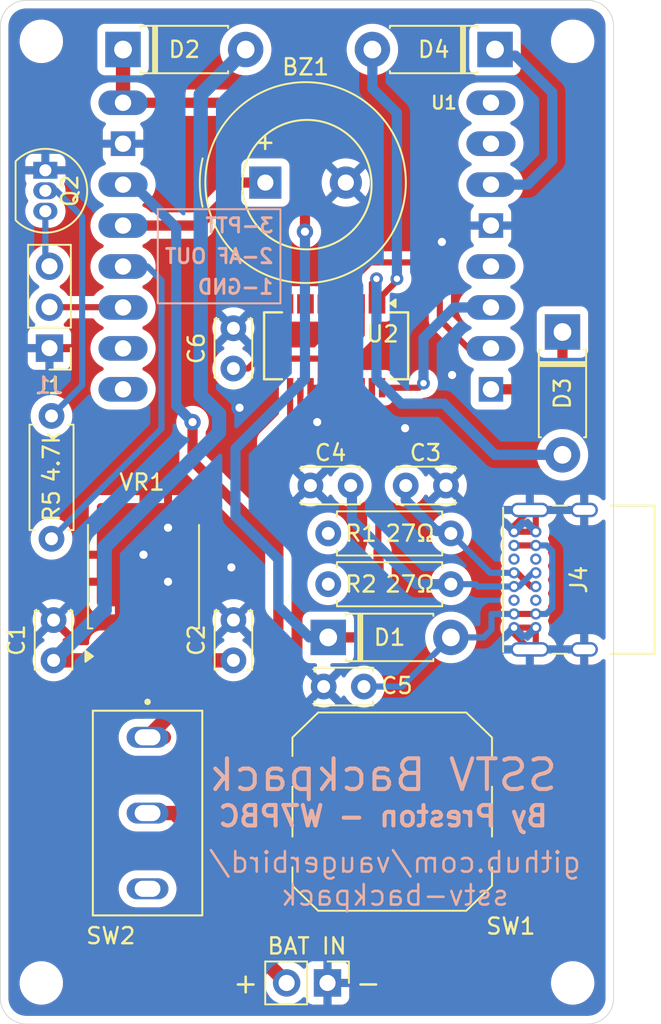
<source format=kicad_pcb>
(kicad_pcb (version 20241229) (generator "pcbnew") (generator_version "9.0")
  (title_block (title "SSTV Backpack") (date "2025-08-29") (rev "1.1"))
  (layers (0 "F.Cu" signal) (2 "B.Cu" signal) (13 "F.Paste" user) (15 "B.Paste" user) (5 "F.SilkS" user "F.Silkscreen") (7 "B.SilkS" user "B.Silkscreen") (1 "F.Mask" user) (3 "B.Mask" user) (25 "Edge.Cuts" user))
  (net 0 "")
  (net 1 "RTS")
  (net 6 "GND")
  (net 7 "+5V")
  (net 8 "/BUZZER")
  (net 9 "/8V IN")
  (net 10 "PTT")
  (net 11 "/TX OUT")
  (net 12 "/CAPTURE")
  (net 13 "/VIN")
  (net 16 "TXD")
  (net 17 "RXD")
  (net 18 "/5VUSB")
  (net 19 "Net-(U2-USBDM)")
  (net 20 "Net-(U2-USBDP)")
  (net 25 "DTR")
  (net 27 "3V3FTDI")
  (net 31 "Net-(D3-K)")
  (net 32 "Net-(D4-K)")
  (net 33 "/D-")
  (net 34 "/D+")
  (net 35 "Net-(Q2-B)")
  (net 36 "PTT_TRIG")
  (net 37 "/5VO")
  (footprint "Package_TO_SOT_SMD:TO-252-2" (layer "F.Cu") (at 148.591 99.153 90)
    (property "Reference" "VR1" (at 5.755 -0.09 180) (layer "F.SilkS"))
    (property "Value" "LP38693DT-5.0" (hide yes))
    (fp_line (start 3.11 -3.45) (end -3.31 -3.45) (stroke (width 0.12)) (layer "F.SilkS"))
    (fp_line (start -3.31 -3.45) (end -3.31 -3.18) (stroke (width 0.12)) (layer "F.SilkS"))
    (fp_line (start 3.11 3.45) (end -3.31 3.45) (stroke (width 0.12)) (layer "F.SilkS"))
    (fp_line (start -3.31 3.45) (end -3.31 3.18) (stroke (width 0.12)) (layer "F.SilkS"))
    (fp_poly (pts (xy -5.04 -3.14) (xy -5.38 -3.61) (xy -4.7 -3.61) (xy -5.04 -3.14)) (stroke (width 0.12)) (fill yes) (layer "F.SilkS"))
    (pad "1" smd roundrect (at -5.04 -2.28 90) (size 2.2 1.2) (layers "F.Cu" "F.Mask" "F.Paste") (roundrect_rratio 0.208333) (net 37 "/5VO"))
    (pad "2" smd roundrect (at -0.415 -1.525 90) (size 3.05 2.75) (layers "F.Cu" "F.Paste") (roundrect_rratio 0.090909) (net 6 "GND"))
    (pad "2" smd roundrect (at -0.415 1.525 90) (size 3.05 2.75) (layers "F.Cu" "F.Paste") (roundrect_rratio 0.090909) (net 6 "GND"))
    (pad "2" smd roundrect (at 1.26 0 90) (size 6.4 5.8) (layers "F.Cu" "F.Mask") (roundrect_rratio 0.043103) (net 6 "GND"))
    (pad "2" smd roundrect (at 2.935 -1.525 90) (size 3.05 2.75) (layers "F.Cu" "F.Paste") (roundrect_rratio 0.090909) (net 6 "GND"))
    (pad "2" smd roundrect (at 2.935 1.525 90) (size 3.05 2.75) (layers "F.Cu" "F.Paste") (roundrect_rratio 0.090909) (net 6 "GND"))
    (pad "3" smd roundrect (at -5.04 2.28 90) (size 2.2 1.2) (layers "F.Cu" "F.Mask" "F.Paste") (roundrect_rratio 0.208333) (net 9 "/8V IN"))
  )
  (footprint "Capacitor_THT:C_Disc_D3.4mm_W2.1mm_P2.50mm" (layer "F.Cu") (at 159.786 106.0704)
    (property "Reference" "C5" (at 4.552 -0.0508 0) (layer "F.SilkS"))
    (property "Value" "10nF" (hide yes))
    (fp_line (start -0.57 -1.17) (end -0.57 -0.925) (stroke (width 0.12)) (layer "F.SilkS"))
    (fp_line (start -0.57 -1.17) (end 3.07 -1.17) (stroke (width 0.12)) (layer "F.SilkS"))
    (fp_line (start -0.57 0.925) (end -0.57 1.17) (stroke (width 0.12)) (layer "F.SilkS"))
    (fp_line (start -0.57 1.17) (end 3.07 1.17) (stroke (width 0.12)) (layer "F.SilkS"))
    (fp_line (start 3.07 -1.17) (end 3.07 -0.925) (stroke (width 0.12)) (layer "F.SilkS"))
    (fp_line (start 3.07 0.925) (end 3.07 1.17) (stroke (width 0.12)) (layer "F.SilkS"))
    (pad "1" thru_hole circle (at 0 0) (size 1.6 1.6) (drill 0.8) (layers "*.Cu" "*.Mask") (net 6 "GND"))
    (pad "2" thru_hole circle (at 2.5 0) (size 1.6 1.6) (drill 0.8) (layers "*.Cu" "*.Mask") (net 18 "/5VUSB"))
  )
  (footprint "Buzzer_Beeper:Buzzer_TDK_PS1240P02BT_D12.2mm_H6.5mm" (layer "F.Cu") (at 156.163 74.803)
    (property "Reference" "BZ1" (at 2.5 -7.17 0) (layer "F.SilkS"))
    (property "Value" "Buzzer" (hide yes))
    (fp_arc (start -3.9 1.499999) (mid -4.073431 0) (end -3.9 -1.5) (stroke (width 0.12)) (layer "F.SilkS"))
    (fp_circle (center 2.5 0) (end 8.73 0) (stroke (width 0.12)) (fill no) (layer "F.SilkS"))
    (fp_text user "+" (at -0.01 -2.54 0) (layer "F.SilkS"))
    (pad "1" thru_hole rect (at 0 0) (size 2 2) (drill 1) (layers "*.Cu" "*.Mask") (net 8 "/BUZZER"))
    (pad "2" thru_hole circle (at 5 0) (size 2 2) (drill 1) (layers "*.Cu" "*.Mask") (net 6 "GND"))
  )
  (footprint "Resistor_THT:R_Axial_DIN0207_L6.3mm_D2.5mm_P7.62mm_Horizontal" (layer "F.Cu") (at 142.875 96.901 90)
    (property "Reference" "R5" (at 2.032 0 90) (layer "F.SilkS"))
    (property "Value" "4.7k" (at 5.08 0 90) (layer "F.SilkS"))
    (fp_line (start 7.08 -1.37) (end 7.08 -1.04) (stroke (width 0.12)) (layer "F.SilkS"))
    (fp_line (start 0.54 -1.37) (end 7.08 -1.37) (stroke (width 0.12)) (layer "F.SilkS"))
    (fp_line (start 0.54 -1.04) (end 0.54 -1.37) (stroke (width 0.12)) (layer "F.SilkS"))
    (fp_line (start 0.54 1.04) (end 0.54 1.37) (stroke (width 0.12)) (layer "F.SilkS"))
    (fp_line (start 7.08 1.37) (end 7.08 1.04) (stroke (width 0.12)) (layer "F.SilkS"))
    (fp_line (start 0.54 1.37) (end 7.08 1.37) (stroke (width 0.12)) (layer "F.SilkS"))
    (pad "1" thru_hole circle (at 0 0 90) (size 1.6 1.6) (drill 0.8) (layers "*.Cu" "*.Mask") (net 36 "PTT_TRIG"))
    (pad "2" thru_hole oval (at 7.62 0 90) (size 1.6 1.6) (drill 0.8) (layers "*.Cu" "*.Mask") (net 35 "Net-(Q2-B)"))
  )
  (footprint "Diode_THT:D_DO-41_SOD81_P7.62mm_Horizontal" (layer "F.Cu") (at 160.0708 103.0224)
    (property "Reference" "D1" (at 3.81 0 0) (layer "F.SilkS"))
    (property "Value" "1N5819" (hide yes))
    (fp_line (start 1.09 -1.47) (end 6.53 -1.47) (stroke (width 0.12)) (layer "F.SilkS"))
    (fp_line (start 1.09 -1.34) (end 1.09 -1.47) (stroke (width 0.12)) (layer "F.SilkS"))
    (fp_line (start 1.09 1.34) (end 1.09 1.47) (stroke (width 0.12)) (layer "F.SilkS"))
    (fp_line (start 1.09 1.47) (end 6.53 1.47) (stroke (width 0.12)) (layer "F.SilkS"))
    (fp_line (start 1.87 -1.47) (end 1.87 1.47) (stroke (width 0.12)) (layer "F.SilkS"))
    (fp_line (start 1.99 -1.47) (end 1.99 1.47) (stroke (width 0.12)) (layer "F.SilkS"))
    (fp_line (start 2.11 -1.47) (end 2.11 1.47) (stroke (width 0.12)) (layer "F.SilkS"))
    (fp_line (start 6.53 -1.47) (end 6.53 -1.34) (stroke (width 0.12)) (layer "F.SilkS"))
    (fp_line (start 6.53 1.47) (end 6.53 1.34) (stroke (width 0.12)) (layer "F.SilkS"))
    (pad "1" thru_hole rect (at 0 0) (size 2.2 2.2) (drill 1.1) (layers "*.Cu" "*.Mask") (net 7 "+5V"))
    (pad "2" thru_hole oval (at 7.62 0) (size 2.2 2.2) (drill 1.1) (layers "*.Cu" "*.Mask") (net 18 "/5VUSB"))
  )
  (footprint "Diode_THT:D_DO-41_SOD81_P7.62mm_Horizontal" (layer "F.Cu") (at 174.625 84.074 -90)
    (property "Reference" "D3" (at 3.81 0 90) (layer "F.SilkS"))
    (property "Value" "1N4148" (hide yes))
    (fp_line (start 1.09 1.47) (end 6.53 1.47) (stroke (width 0.12)) (layer "F.SilkS"))
    (fp_line (start 6.53 1.47) (end 6.53 1.34) (stroke (width 0.12)) (layer "F.SilkS"))
    (fp_line (start 1.09 1.34) (end 1.09 1.47) (stroke (width 0.12)) (layer "F.SilkS"))
    (fp_line (start 1.09 -1.34) (end 1.09 -1.47) (stroke (width 0.12)) (layer "F.SilkS"))
    (fp_line (start 1.09 -1.47) (end 6.53 -1.47) (stroke (width 0.12)) (layer "F.SilkS"))
    (fp_line (start 1.87 -1.47) (end 1.87 1.47) (stroke (width 0.12)) (layer "F.SilkS"))
    (fp_line (start 1.99 -1.47) (end 1.99 1.47) (stroke (width 0.12)) (layer "F.SilkS"))
    (fp_line (start 2.11 -1.47) (end 2.11 1.47) (stroke (width 0.12)) (layer "F.SilkS"))
    (fp_line (start 6.53 -1.47) (end 6.53 -1.34) (stroke (width 0.12)) (layer "F.SilkS"))
    (pad "1" thru_hole rect (at 0 0 270) (size 2.2 2.2) (drill 1.1) (layers "*.Cu" "*.Mask") (net 31 "Net-(D3-K)"))
    (pad "2" thru_hole oval (at 7.62 0 270) (size 2.2 2.2) (drill 1.1) (layers "*.Cu" "*.Mask") (net 1 "RTS"))
  )
  (footprint "SwitchSPDT:SW_SLW-1276864-4A-D" (layer "F.Cu") (at 148.844 113.92 -90)
    (property "Reference" "SW2" (at 7.62 2.286 180) (layer "F.SilkS"))
    (property "Value" "SLW-1276864-4A-D" (hide yes))
    (fp_line (start -6.35 3.4) (end 6.35 3.4) (stroke (width 0.127)) (layer "F.SilkS"))
    (fp_line (start 6.35 3.4) (end 6.35 -3.4) (stroke (width 0.127)) (layer "F.SilkS"))
    (fp_line (start -6.35 -3.4) (end -6.35 3.4) (stroke (width 0.127)) (layer "F.SilkS"))
    (fp_line (start 6.35 -3.4) (end -6.35 -3.4) (stroke (width 0.127)) (layer "F.SilkS"))
    (fp_circle (center -6.9 0) (end -6.8 0) (stroke (width 0.2)) (fill no) (layer "F.SilkS"))
    (pad "1" thru_hole oval (at -4.7 0 270) (size 1.3 2.6) (drill oval 1 1.6) (layers "*.Cu" "*.Mask") (net 9 "/8V IN"))
    (pad "2" thru_hole oval (at 0 0 270) (size 1.3 2.6) (drill oval 1 1.6) (layers "*.Cu" "*.Mask") (net 13 "/VIN"))
    (pad "3" thru_hole oval (at 4.7 0 270) (size 1.3 2.6) (drill oval 1 1.6) (layers "*.Cu" "*.Mask"))
  )
  (footprint "ESP32-CAM:ESP32-CAM" (layer "F.Cu") (at 158.75 80.01 180)
    (property "Reference" "U1" (at -8.509 10.16 0) (layer "F.SilkS") (effects (font (size 0.787402 0.787402))))
    (property "Value" "ESP32-CAM" (hide yes))
    (fp_circle (center 0 5.08) (end 4.01609 5.08) (stroke (width 0.127)) (fill no) (layer "F.SilkS"))
    (pad "P$1" thru_hole rect (at -11.43 -7.62 180) (size 1.524 1.524) (drill 1.016) (layers "*.Cu" "*.Mask") (net 31 "Net-(D3-K)"))
    (pad "P$2" thru_hole oval (at -11.43 -5.08 180) (size 3.048 1.524) (drill 1.016) (layers "*.Cu" "*.Mask") (net 17 "RXD"))
    (pad "P$3" thru_hole oval (at -11.43 -2.54 180) (size 3.048 1.524) (drill 1.016) (layers "*.Cu" "*.Mask") (net 16 "TXD"))
    (pad "P$4" thru_hole oval (at -11.43 0 180) (size 3.048 1.524) (drill 1.016) (layers "*.Cu" "*.Mask"))
    (pad "P$5" thru_hole rect (at -11.43 2.54 180) (size 1.524 1.524) (drill 1.016) (layers "*.Cu" "*.Mask") (net 6 "GND"))
    (pad "P$6" thru_hole oval (at -11.43 5.08 180) (size 3.048 1.524) (drill 1.016) (layers "*.Cu" "*.Mask") (net 32 "Net-(D4-K)"))
    (pad "P$7" thru_hole oval (at -11.43 7.62 180) (size 3.048 1.524) (drill 1.016) (layers "*.Cu" "*.Mask"))
    (pad "P$8" thru_hole oval (at -11.43 10.16 180) (size 3.048 1.524) (drill 1.016) (layers "*.Cu" "*.Mask"))
    (pad "P$9" thru_hole oval (at 11.43 10.16 180) (size 3.048 1.524) (drill 1.016) (layers "*.Cu" "*.Mask") (net 7 "+5V"))
    (pad "P$10" thru_hole rect (at 11.43 7.62 180) (size 1.524 1.524) (drill 1.016) (layers "*.Cu" "*.Mask") (net 6 "GND"))
    (pad "P$11" thru_hole oval (at 11.43 5.08 180) (size 3.048 1.524) (drill 1.016) (layers "*.Cu" "*.Mask") (net 12 "/CAPTURE"))
    (pad "P$12" thru_hole oval (at 11.43 2.54 180) (size 3.048 1.524) (drill 1.016) (layers "*.Cu" "*.Mask") (net 8 "/BUZZER"))
    (pad "P$13" thru_hole oval (at 11.43 0 180) (size 3.048 1.524) (drill 1.016) (layers "*.Cu" "*.Mask") (net 36 "PTT_TRIG"))
    (pad "P$14" thru_hole oval (at 11.43 -2.54 180) (size 3.048 1.524) (drill 1.016) (layers "*.Cu" "*.Mask") (net 11 "/TX OUT"))
    (pad "P$15" thru_hole oval (at 11.43 -5.08 180) (size 3.048 1.524) (drill 1.016) (layers "*.Cu" "*.Mask"))
    (pad "P$16" thru_hole oval (at 11.43 -7.62 180) (size 3.048 1.524) (drill 1.016) (layers "*.Cu" "*.Mask"))
  )
  (footprint "Diode_THT:D_DO-41_SOD81_P7.62mm_Horizontal" (layer "F.Cu") (at 147.32 66.548)
    (property "Reference" "D2" (at 3.81 0 0) (layer "F.SilkS"))
    (property "Value" "1N5819" (hide yes))
    (fp_line (start 1.09 -1.47) (end 6.53 -1.47) (stroke (width 0.12)) (layer "F.SilkS"))
    (fp_line (start 1.09 -1.34) (end 1.09 -1.47) (stroke (width 0.12)) (layer "F.SilkS"))
    (fp_line (start 1.09 1.34) (end 1.09 1.47) (stroke (width 0.12)) (layer "F.SilkS"))
    (fp_line (start 1.09 1.47) (end 6.53 1.47) (stroke (width 0.12)) (layer "F.SilkS"))
    (fp_line (start 1.87 -1.47) (end 1.87 1.47) (stroke (width 0.12)) (layer "F.SilkS"))
    (fp_line (start 1.99 -1.47) (end 1.99 1.47) (stroke (width 0.12)) (layer "F.SilkS"))
    (fp_line (start 2.11 -1.47) (end 2.11 1.47) (stroke (width 0.12)) (layer "F.SilkS"))
    (fp_line (start 6.53 -1.47) (end 6.53 -1.34) (stroke (width 0.12)) (layer "F.SilkS"))
    (fp_line (start 6.53 1.47) (end 6.53 1.34) (stroke (width 0.12)) (layer "F.SilkS"))
    (pad "1" thru_hole rect (at 0 0) (size 2.2 2.2) (drill 1.1) (layers "*.Cu" "*.Mask") (net 7 "+5V"))
    (pad "2" thru_hole oval (at 7.62 0) (size 2.2 2.2) (drill 1.1) (layers "*.Cu" "*.Mask") (net 37 "/5VO"))
  )
  (footprint "Capacitor_THT:C_Disc_D3.4mm_W2.1mm_P2.50mm" (layer "F.Cu") (at 154.179 104.447 90)
    (property "Reference" "C2" (at 1.25 -2.3 90) (layer "F.SilkS"))
    (property "Value" "1uF")
    (fp_line (start 3.07 -1.17) (end 3.07 -0.925) (stroke (width 0.12)) (layer "F.SilkS"))
    (fp_line (start -0.57 -1.17) (end 3.07 -1.17) (stroke (width 0.12)) (layer "F.SilkS"))
    (fp_line (start -0.57 -1.17) (end -0.57 -0.925) (stroke (width 0.12)) (layer "F.SilkS"))
    (fp_line (start 3.07 0.925) (end 3.07 1.17) (stroke (width 0.12)) (layer "F.SilkS"))
    (fp_line (start -0.57 0.925) (end -0.57 1.17) (stroke (width 0.12)) (layer "F.SilkS"))
    (fp_line (start -0.57 1.17) (end 3.07 1.17) (stroke (width 0.12)) (layer "F.SilkS"))
    (pad "1" thru_hole circle (at 0 0 90) (size 1.6 1.6) (drill 0.8) (layers "*.Cu" "*.Mask") (net 9 "/8V IN"))
    (pad "2" thru_hole circle (at 2.5 0 90) (size 1.6 1.6) (drill 0.8) (layers "*.Cu" "*.Mask") (net 6 "GND"))
  )
  (footprint "Connector_PinHeader_2.54mm:PinHeader_1x02_P2.54mm_Vertical" (layer "F.Cu") (at 160.025 124.46 -90)
    (property "Reference" "J2" (hide yes))
    (property "Value" "Conn_01x02_Pin" (hide yes))
    (fp_line (start -1.33 3.87) (end 1.33 3.87) (stroke (width 0.12)) (layer "F.SilkS"))
    (fp_line (start -1.33 1.27) (end -1.33 3.87) (stroke (width 0.12)) (layer "F.SilkS"))
    (fp_line (start -1.33 1.27) (end 1.33 1.27) (stroke (width 0.12)) (layer "F.SilkS"))
    (fp_line (start 1.33 1.27) (end 1.33 3.87) (stroke (width 0.12)) (layer "F.SilkS"))
    (fp_line (start -1.33 0) (end -1.33 -1.33) (stroke (width 0.12)) (layer "F.SilkS"))
    (fp_line (start -1.33 -1.33) (end 0 -1.33) (stroke (width 0.12)) (layer "F.SilkS"))
    (pad "1" thru_hole rect (at 0 0 270) (size 1.7 1.7) (drill 1) (layers "*.Cu" "*.Mask") (net 6 "GND"))
    (pad "2" thru_hole oval (at 0 2.54 270) (size 1.7 1.7) (drill 1) (layers "*.Cu" "*.Mask") (net 13 "/VIN"))
  )
  (footprint "Capacitor_THT:C_Disc_D3.4mm_W2.1mm_P2.50mm" (layer "F.Cu") (at 161.464 93.599 180)
    (property "Reference" "C4" (at 1.25 2.032 180) (layer "F.SilkS"))
    (property "Value" "47pF" (hide yes))
    (fp_line (start 3.07 0.925) (end 3.07 1.17) (stroke (width 0.12)) (layer "F.SilkS"))
    (fp_line (start 3.07 -1.17) (end 3.07 -0.925) (stroke (width 0.12)) (layer "F.SilkS"))
    (fp_line (start -0.57 1.17) (end 3.07 1.17) (stroke (width 0.12)) (layer "F.SilkS"))
    (fp_line (start -0.57 0.925) (end -0.57 1.17) (stroke (width 0.12)) (layer "F.SilkS"))
    (fp_line (start -0.57 -1.17) (end 3.07 -1.17) (stroke (width 0.12)) (layer "F.SilkS"))
    (fp_line (start -0.57 -1.17) (end -0.57 -0.925) (stroke (width 0.12)) (layer "F.SilkS"))
    (pad "1" thru_hole circle (at 0 0 180) (size 1.6 1.6) (drill 0.8) (layers "*.Cu" "*.Mask") (net 34 "/D+"))
    (pad "2" thru_hole circle (at 2.5 0 180) (size 1.6 1.6) (drill 0.8) (layers "*.Cu" "*.Mask") (net 6 "GND"))
  )
  (footprint "Resistor_THT:R_Axial_DIN0207_L6.3mm_D2.5mm_P7.62mm_Horizontal" (layer "F.Cu") (at 167.6908 99.7204 180)
    (property "Reference" "R2" (at 5.588 0 0) (layer "F.SilkS"))
    (property "Value" "27Ω" (at 2.54 0 0) (layer "F.SilkS"))
    (fp_line (start 7.08 1.37) (end 7.08 1.04) (stroke (width 0.12)) (layer "F.SilkS"))
    (fp_line (start 7.08 -1.37) (end 7.08 -1.04) (stroke (width 0.12)) (layer "F.SilkS"))
    (fp_line (start 0.54 1.37) (end 7.08 1.37) (stroke (width 0.12)) (layer "F.SilkS"))
    (fp_line (start 0.54 1.04) (end 0.54 1.37) (stroke (width 0.12)) (layer "F.SilkS"))
    (fp_line (start 0.54 -1.04) (end 0.54 -1.37) (stroke (width 0.12)) (layer "F.SilkS"))
    (fp_line (start 0.54 -1.37) (end 7.08 -1.37) (stroke (width 0.12)) (layer "F.SilkS"))
    (pad "1" thru_hole circle (at 0 0 180) (size 1.6 1.6) (drill 0.8) (layers "*.Cu" "*.Mask") (net 34 "/D+"))
    (pad "2" thru_hole oval (at 7.62 0 180) (size 1.6 1.6) (drill 0.8) (layers "*.Cu" "*.Mask") (net 20 "Net-(U2-USBDP)"))
  )
  (footprint "MountingHole:MountingHole_2.2mm_M2" (layer "F.Cu") (at 175.26 66.04)
    (property "Reference" "REF**" (hide yes))
    (property "Value" "MountingHole_2.2mm_M2" (hide yes))
    (pad "" np_thru_hole circle (at 0 0) (size 2.2 2.2) (drill 2.2) (layers "*.Cu" "*.Mask"))
  )
  (footprint "Package_SO:SSOP-20_3.9x8.7mm_P0.635mm" (layer "F.Cu") (at 160.55975 84.93125 -90)
    (property "Reference" "U2" (at -0.73025 -2.88925 0) (layer "F.SilkS"))
    (property "Value" "FT231XS" (hide yes))
    (fp_line (start -2.075 4.475) (end 2.075 4.475) (stroke (width 0.15)) (layer "F.SilkS"))
    (fp_line (start -2.075 4.475) (end -2.075 3.365) (stroke (width 0.15)) (layer "F.SilkS"))
    (fp_line (start 2.075 4.475) (end 2.075 3.365) (stroke (width 0.15)) (layer "F.SilkS"))
    (fp_line (start -2.075 -3.365) (end -2.075 -4.475) (stroke (width 0.15)) (layer "F.SilkS"))
    (fp_line (start -2.075 -4.475) (end 2.075 -4.475) (stroke (width 0.15)) (layer "F.SilkS"))
    (fp_line (start 2.075 -4.475) (end 2.075 -3.365) (stroke (width 0.15)) (layer "F.SilkS"))
    (fp_poly (pts (xy -2.6375 -3.365) (xy -2.8775 -3.695) (xy -2.3975 -3.695) (xy -2.6375 -3.365)) (stroke (width 0.12)) (fill yes) (layer "F.SilkS"))
    (pad "1" smd rect (at -2.6 -2.8575 270) (size 1.2 0.4) (layers "F.Cu" "F.Mask" "F.Paste") (net 25 "DTR"))
    (pad "2" smd rect (at -2.6 -2.2225 270) (size 1.2 0.4) (layers "F.Cu" "F.Mask" "F.Paste") (net 1 "RTS"))
    (pad "3" smd rect (at -2.6 -1.5875 270) (size 1.2 0.4) (layers "F.Cu" "F.Mask" "F.Paste") (net 27 "3V3FTDI"))
    (pad "4" smd rect (at -2.6 -0.9525 270) (size 1.2 0.4) (layers "F.Cu" "F.Mask" "F.Paste") (net 17 "RXD"))
    (pad "5" smd rect (at -2.6 -0.3175 270) (size 1.2 0.4) (layers "F.Cu" "F.Mask" "F.Paste"))
    (pad "6" smd rect (at -2.6 0.3175 270) (size 1.2 0.4) (layers "F.Cu" "F.Mask" "F.Paste") (net 6 "GND"))
    (pad "7" smd rect (at -2.6 0.9525 270) (size 1.2 0.4) (layers "F.Cu" "F.Mask" "F.Paste"))
    (pad "8" smd rect (at -2.6 1.5875 270) (size 1.2 0.4) (layers "F.Cu" "F.Mask" "F.Paste"))
    (pad "9" smd rect (at -2.6 2.2225 270) (size 1.2 0.4) (layers "F.Cu" "F.Mask" "F.Paste"))
    (pad "10" smd rect (at -2.6 2.8575 270) (size 1.2 0.4) (layers "F.Cu" "F.Mask" "F.Paste"))
    (pad "11" smd rect (at 2.6 2.8575 270) (size 1.2 0.4) (layers "F.Cu" "F.Mask" "F.Paste") (net 20 "Net-(U2-USBDP)"))
    (pad "12" smd rect (at 2.6 2.2225 270) (size 1.2 0.4) (layers "F.Cu" "F.Mask" "F.Paste") (net 19 "Net-(U2-USBDM)"))
    (pad "13" smd rect (at 2.6 1.5875 270) (size 1.2 0.4) (layers "F.Cu" "F.Mask" "F.Paste") (net 27 "3V3FTDI"))
    (pad "14" smd rect (at 2.6 0.9525 270) (size 1.2 0.4) (layers "F.Cu" "F.Mask" "F.Paste") (net 27 "3V3FTDI"))
    (pad "15" smd rect (at 2.6 0.3175 270) (size 1.2 0.4) (layers "F.Cu" "F.Mask" "F.Paste") (net 7 "+5V"))
    (pad "16" smd rect (at 2.6 -0.3175 270) (size 1.2 0.4) (layers "F.Cu" "F.Mask" "F.Paste") (net 6 "GND"))
    (pad "17" smd rect (at 2.6 -0.9525 270) (size 1.2 0.4) (layers "F.Cu" "F.Mask" "F.Paste"))
    (pad "18" smd rect (at 2.6 -1.5875 270) (size 1.2 0.4) (layers "F.Cu" "F.Mask" "F.Paste"))
    (pad "19" smd rect (at 2.6 -2.2225 270) (size 1.2 0.4) (layers "F.Cu" "F.Mask" "F.Paste"))
    (pad "20" smd rect (at 2.6 -2.8575 270) (size 1.2 0.4) (layers "F.Cu" "F.Mask" "F.Paste") (net 16 "TXD"))
  )
  (footprint "Capacitor_THT:C_Disc_D3.4mm_W2.1mm_P2.50mm" (layer "F.Cu") (at 154.178 86.34 90)
    (property "Reference" "C6" (at 1.25 -2.3 90) (layer "F.SilkS"))
    (property "Value" "100nF" (hide yes))
    (fp_line (start 3.07 -1.17) (end 3.07 -0.925) (stroke (width 0.12)) (layer "F.SilkS"))
    (fp_line (start -0.57 -1.17) (end 3.07 -1.17) (stroke (width 0.12)) (layer "F.SilkS"))
    (fp_line (start -0.57 -1.17) (end -0.57 -0.925) (stroke (width 0.12)) (layer "F.SilkS"))
    (fp_line (start 3.07 0.925) (end 3.07 1.17) (stroke (width 0.12)) (layer "F.SilkS"))
    (fp_line (start -0.57 0.925) (end -0.57 1.17) (stroke (width 0.12)) (layer "F.SilkS"))
    (fp_line (start -0.57 1.17) (end 3.07 1.17) (stroke (width 0.12)) (layer "F.SilkS"))
    (pad "1" thru_hole circle (at 0 0 90) (size 1.6 1.6) (drill 0.8) (layers "*.Cu" "*.Mask") (net 27 "3V3FTDI"))
    (pad "2" thru_hole circle (at 2.5 0 90) (size 1.6 1.6) (drill 0.8) (layers "*.Cu" "*.Mask") (net 6 "GND"))
  )
  (footprint "Resistor_THT:R_Axial_DIN0207_L6.3mm_D2.5mm_P7.62mm_Horizontal" (layer "F.Cu") (at 167.6908 96.5708 180)
    (property "Reference" "R1" (at 5.588 0 0) (layer "F.SilkS"))
    (property "Value" "27Ω" (at 2.54 0 0) (layer "F.SilkS"))
    (fp_line (start 7.08 1.37) (end 7.08 1.04) (stroke (width 0.12)) (layer "F.SilkS"))
    (fp_line (start 7.08 -1.37) (end 7.08 -1.04) (stroke (width 0.12)) (layer "F.SilkS"))
    (fp_line (start 0.54 1.37) (end 7.08 1.37) (stroke (width 0.12)) (layer "F.SilkS"))
    (fp_line (start 0.54 1.04) (end 0.54 1.37) (stroke (width 0.12)) (layer "F.SilkS"))
    (fp_line (start 0.54 -1.04) (end 0.54 -1.37) (stroke (width 0.12)) (layer "F.SilkS"))
    (fp_line (start 0.54 -1.37) (end 7.08 -1.37) (stroke (width 0.12)) (layer "F.SilkS"))
    (pad "1" thru_hole circle (at 0 0 180) (size 1.6 1.6) (drill 0.8) (layers "*.Cu" "*.Mask") (net 33 "/D-"))
    (pad "2" thru_hole oval (at 7.62 0 180) (size 1.6 1.6) (drill 0.8) (layers "*.Cu" "*.Mask") (net 19 "Net-(U2-USBDM)"))
  )
  (footprint "MountingHole:MountingHole_2.2mm_M2" (layer "F.Cu") (at 142.24 66.04)
    (property "Reference" "REF**" (hide yes))
    (property "Value" "MountingHole_2.2mm_M2" (hide yes))
    (pad "" np_thru_hole circle (at 0 0) (size 2.2 2.2) (drill 2.2) (layers "*.Cu" "*.Mask"))
  )
  (footprint "Connector_PinHeader_2.54mm:PinHeader_1x03_P2.54mm_Vertical" (layer "F.Cu") (at 142.748 85.075 180)
    (property "Reference" "J1" (at 0 -2.33 0) (layer "F.SilkS"))
    (property "Value" "Conn_01x03_Pin" (hide yes))
    (fp_line (start 1.33 1.27) (end 1.33 6.41) (stroke (width 0.12)) (layer "F.SilkS"))
    (fp_line (start -1.33 6.41) (end 1.33 6.41) (stroke (width 0.12)) (layer "F.SilkS"))
    (fp_line (start -1.33 1.27) (end 1.33 1.27) (stroke (width 0.12)) (layer "F.SilkS"))
    (fp_line (start -1.33 1.27) (end -1.33 6.41) (stroke (width 0.12)) (layer "F.SilkS"))
    (fp_line (start -1.33 0) (end -1.33 -1.33) (stroke (width 0.12)) (layer "F.SilkS"))
    (fp_line (start -1.33 -1.33) (end 0 -1.33) (stroke (width 0.12)) (layer "F.SilkS"))
    (pad "1" thru_hole rect (at 0 0 180) (size 1.7 1.7) (drill 1) (layers "*.Cu" "*.Mask") (net 6 "GND"))
    (pad "2" thru_hole oval (at 0 2.54 180) (size 1.7 1.7) (drill 1) (layers "*.Cu" "*.Mask") (net 11 "/TX OUT"))
    (pad "3" thru_hole oval (at 0 5.08 180) (size 1.7 1.7) (drill 1) (layers "*.Cu" "*.Mask") (net 10 "PTT"))
  )
  (footprint "MountingHole:MountingHole_2.2mm_M2" (layer "F.Cu") (at 175.26 124.46)
    (property "Reference" "REF**" (hide yes))
    (property "Value" "MountingHole_2.2mm_M2" (hide yes))
    (pad "" np_thru_hole circle (at 0 0) (size 2.2 2.2) (drill 2.2) (layers "*.Cu" "*.Mask"))
  )
  (footprint "Diode_THT:D_DO-41_SOD81_P7.62mm_Horizontal" (layer "F.Cu") (at 170.434 66.548 180)
    (property "Reference" "D4" (at 3.81 0 0) (layer "F.SilkS"))
    (property "Value" "1N4148" (hide yes))
    (fp_line (start 6.53 1.47) (end 6.53 1.34) (stroke (width 0.12)) (layer "F.SilkS"))
    (fp_line (start 6.53 -1.47) (end 6.53 -1.34) (stroke (width 0.12)) (layer "F.SilkS"))
    (fp_line (start 2.11 -1.47) (end 2.11 1.47) (stroke (width 0.12)) (layer "F.SilkS"))
    (fp_line (start 1.99 -1.47) (end 1.99 1.47) (stroke (width 0.12)) (layer "F.SilkS"))
    (fp_line (start 1.87 -1.47) (end 1.87 1.47) (stroke (width 0.12)) (layer "F.SilkS"))
    (fp_line (start 1.09 1.47) (end 6.53 1.47) (stroke (width 0.12)) (layer "F.SilkS"))
    (fp_line (start 1.09 1.34) (end 1.09 1.47) (stroke (width 0.12)) (layer "F.SilkS"))
    (fp_line (start 1.09 -1.34) (end 1.09 -1.47) (stroke (width 0.12)) (layer "F.SilkS"))
    (fp_line (start 1.09 -1.47) (end 6.53 -1.47) (stroke (width 0.12)) (layer "F.SilkS"))
    (pad "1" thru_hole rect (at 0 0 180) (size 2.2 2.2) (drill 1.1) (layers "*.Cu" "*.Mask") (net 32 "Net-(D4-K)"))
    (pad "2" thru_hole oval (at 7.62 0 180) (size 2.2 2.2) (drill 1.1) (layers "*.Cu" "*.Mask") (net 25 "DTR"))
  )
  (footprint "Capacitor_THT:C_Disc_D3.4mm_W2.1mm_P2.50mm" (layer "F.Cu") (at 143.003 104.447 90)
    (property "Reference" "C1" (at 1.25 -2.3 90) (layer "F.SilkS"))
    (property "Value" "1uF")
    (fp_line (start 3.07 -1.17) (end 3.07 -0.925) (stroke (width 0.12)) (layer "F.SilkS"))
    (fp_line (start -0.57 -1.17) (end 3.07 -1.17) (stroke (width 0.12)) (layer "F.SilkS"))
    (fp_line (start -0.57 -1.17) (end -0.57 -0.925) (stroke (width 0.12)) (layer "F.SilkS"))
    (fp_line (start 3.07 0.925) (end 3.07 1.17) (stroke (width 0.12)) (layer "F.SilkS"))
    (fp_line (start -0.57 0.925) (end -0.57 1.17) (stroke (width 0.12)) (layer "F.SilkS"))
    (fp_line (start -0.57 1.17) (end 3.07 1.17) (stroke (width 0.12)) (layer "F.SilkS"))
    (pad "1" thru_hole circle (at 0 0 90) (size 1.6 1.6) (drill 0.8) (layers "*.Cu" "*.Mask") (net 37 "/5VO"))
    (pad "2" thru_hole circle (at 2.5 0 90) (size 1.6 1.6) (drill 0.8) (layers "*.Cu" "*.Mask") (net 6 "GND"))
  )
  (footprint "Capacitor_THT:C_Disc_D3.4mm_W2.1mm_P2.50mm" (layer "F.Cu") (at 164.886 93.599)
    (property "Reference" "C3" (at 1.23 -2.032 0) (layer "F.SilkS"))
    (property "Value" "47pF" (hide yes))
    (fp_line (start -0.57 -1.17) (end -0.57 -0.925) (stroke (width 0.12)) (layer "F.SilkS"))
    (fp_line (start -0.57 -1.17) (end 3.07 -1.17) (stroke (width 0.12)) (layer "F.SilkS"))
    (fp_line (start -0.57 0.925) (end -0.57 1.17) (stroke (width 0.12)) (layer "F.SilkS"))
    (fp_line (start -0.57 1.17) (end 3.07 1.17) (stroke (width 0.12)) (layer "F.SilkS"))
    (fp_line (start 3.07 -1.17) (end 3.07 -0.925) (stroke (width 0.12)) (layer "F.SilkS"))
    (fp_line (start 3.07 0.925) (end 3.07 1.17) (stroke (width 0.12)) (layer "F.SilkS"))
    (pad "1" thru_hole circle (at 0 0) (size 1.6 1.6) (drill 0.8) (layers "*.Cu" "*.Mask") (net 33 "/D-"))
    (pad "2" thru_hole circle (at 2.5 0) (size 1.6 1.6) (drill 0.8) (layers "*.Cu" "*.Mask") (net 6 "GND"))
  )
  (footprint "Button_Switch_SMD:SW_Push_1P1T_NO_CK_PTS125Sx43PSMTR" (layer "F.Cu") (at 164.046 113.832)
    (property "Reference" "SW1" (at 7.366 7.112 0) (layer "F.SilkS"))
    (property "Value" "SW_Push" (hide yes))
    (fp_line (start -6.2 -4.6) (end -4.6 -6.15) (stroke (width 0.12)) (layer "F.SilkS"))
    (fp_line (start -6.2 -3.45) (end -6.2 -4.6) (stroke (width 0.12)) (layer "F.SilkS"))
    (fp_line (start -6.2 -1.55) (end -6.2 1.55) (stroke (width 0.12)) (layer "F.SilkS"))
    (fp_line (start -6.2 3.45) (end -6.2 4.6) (stroke (width 0.12)) (layer "F.SilkS"))
    (fp_line (start -6.2 4.6) (end -4.6 6.15) (stroke (width 0.12)) (layer "F.SilkS"))
    (fp_line (start -4.6 -6.15) (end 4.6 -6.15) (stroke (width 0.12)) (layer "F.SilkS"))
    (fp_line (start -4.6 6.15) (end 4.6 6.15) (stroke (width 0.12)) (layer "F.SilkS"))
    (fp_line (start 4.6 -6.15) (end 6.2 -4.6) (stroke (width 0.12)) (layer "F.SilkS"))
    (fp_line (start 4.6 6.15) (end 6.2 4.6) (stroke (width 0.12)) (layer "F.SilkS"))
    (fp_line (start 6.2 -3.45) (end 6.2 -4.6) (stroke (width 0.12)) (layer "F.SilkS"))
    (fp_line (start 6.2 -1.55) (end 6.2 1.55) (stroke (width 0.12)) (layer "F.SilkS"))
    (fp_line (start 6.2 3.45) (end 6.2 4.6) (stroke (width 0.12)) (layer "F.SilkS"))
    (pad "1" smd rect (at -7.15 -2.5) (size 2 1.5) (layers "F.Cu" "F.Mask" "F.Paste") (net 12 "/CAPTURE"))
    (pad "1" smd rect (at 7.15 -2.5) (size 2 1.5) (layers "F.Cu" "F.Mask" "F.Paste") (net 12 "/CAPTURE"))
    (pad "2" smd rect (at -7.15 2.5) (size 2 1.5) (layers "F.Cu" "F.Mask" "F.Paste") (net 6 "GND"))
    (pad "2" smd rect (at 7.15 2.5) (size 2 1.5) (layers "F.Cu" "F.Mask" "F.Paste") (net 6 "GND"))
  )
  (footprint "MountingHole:MountingHole_2.2mm_M2" (layer "F.Cu") (at 142.24 124.46)
    (property "Reference" "REF**" (hide yes))
    (property "Value" "MountingHole_2.2mm_M2" (hide yes))
    (pad "" np_thru_hole circle (at 0 0) (size 2.2 2.2) (drill 2.2) (layers "*.Cu" "*.Mask"))
  )
  (footprint "Connector_USB:USB_C_Receptacle_GCT_USB4085" (layer "F.Cu") (at 171.616 102.416 90)
    (property "Reference" "J4" (at 2.975 4.025 90) (layer "F.SilkS"))
    (property "Value" "USB_C_Receptacle_USB2.0_14P" (hide yes))
    (fp_line (start -1.5 -0.68) (end 7.45 -0.68) (stroke (width 0.12)) (layer "F.SilkS"))
    (fp_line (start 7.57 2.4) (end 7.57 3.3) (stroke (width 0.12)) (layer "F.SilkS"))
    (fp_line (start -1.62 2.4) (end -1.62 3.3) (stroke (width 0.12)) (layer "F.SilkS"))
    (fp_line (start 7.57 6) (end 7.57 8.73) (stroke (width 0.12)) (layer "F.SilkS"))
    (fp_line (start -1.62 6) (end -1.62 8.73) (stroke (width 0.12)) (layer "F.SilkS"))
    (fp_line (start -1.62 8.73) (end 7.57 8.73) (stroke (width 0.12)) (layer "F.SilkS"))
    (pad "A1" thru_hole circle (at 0 0 90) (size 0.7 0.7) (drill 0.4) (layers "*.Cu" "*.Mask") (net 6 "GND"))
    (pad "A4" thru_hole circle (at 0.85 0 90) (size 0.7 0.7) (drill 0.4) (layers "*.Cu" "*.Mask") (net 18 "/5VUSB"))
    (pad "A5" thru_hole circle (at 1.7 0 90) (size 0.7 0.7) (drill 0.4) (layers "*.Cu" "*.Mask"))
    (pad "A6" thru_hole circle (at 2.55 0 90) (size 0.7 0.7) (drill 0.4) (layers "*.Cu" "*.Mask") (net 34 "/D+"))
    (pad "A7" thru_hole circle (at 3.4 0 90) (size 0.7 0.7) (drill 0.4) (layers "*.Cu" "*.Mask") (net 33 "/D-"))
    (pad "A8" thru_hole circle (at 4.25 0 90) (size 0.7 0.7) (drill 0.4) (layers "*.Cu" "*.Mask"))
    (pad "A9" thru_hole circle (at 5.1 0 90) (size 0.7 0.7) (drill 0.4) (layers "*.Cu" "*.Mask") (net 18 "/5VUSB"))
    (pad "A12" thru_hole circle (at 5.95 0 90) (size 0.7 0.7) (drill 0.4) (layers "*.Cu" "*.Mask") (net 6 "GND"))
    (pad "B1" thru_hole circle (at 5.95 1.35 90) (size 0.7 0.7) (drill 0.4) (layers "*.Cu" "*.Mask") (net 6 "GND"))
    (pad "B4" thru_hole circle (at 5.1 1.35 90) (size 0.7 0.7) (drill 0.4) (layers "*.Cu" "*.Mask") (net 18 "/5VUSB"))
    (pad "B5" thru_hole circle (at 4.25 1.35 90) (size 0.7 0.7) (drill 0.4) (layers "*.Cu" "*.Mask"))
    (pad "B6" thru_hole circle (at 3.4 1.35 90) (size 0.7 0.7) (drill 0.4) (layers "*.Cu" "*.Mask") (net 34 "/D+"))
    (pad "B7" thru_hole circle (at 2.55 1.35 90) (size 0.7 0.7) (drill 0.4) (layers "*.Cu" "*.Mask") (net 33 "/D-"))
    (pad "B8" thru_hole circle (at 1.7 1.35 90) (size 0.7 0.7) (drill 0.4) (layers "*.Cu" "*.Mask"))
    (pad "B9" thru_hole circle (at 0.85 1.35 90) (size 0.7 0.7) (drill 0.4) (layers "*.Cu" "*.Mask") (net 18 "/5VUSB"))
    (pad "B12" thru_hole circle (at 0 1.35 90) (size 0.7 0.7) (drill 0.4) (layers "*.Cu" "*.Mask") (net 6 "GND"))
    (pad "S1" thru_hole oval (at -1.35 0.98 90) (size 0.9 2.4) (drill oval 0.6 2.1) (layers "*.Cu" "*.Mask") (net 6 "GND"))
    (pad "S1" thru_hole oval (at -1.35 4.36 90) (size 0.9 1.7) (drill oval 0.6 1.4) (layers "*.Cu" "*.Mask") (net 6 "GND"))
    (pad "S1" thru_hole oval (at 7.3 0.98 90) (size 0.9 2.4) (drill oval 0.6 2.1) (layers "*.Cu" "*.Mask") (net 6 "GND"))
    (pad "S1" thru_hole oval (at 7.3 4.36 90) (size 0.9 1.7) (drill oval 0.6 1.4) (layers "*.Cu" "*.Mask") (net 6 "GND"))
  )
  (footprint "Package_TO_SOT_THT:TO-92_Inline" (layer "F.Cu") (at 142.494 74.041 -90)
    (property "Reference" "Q2" (at 1.27 -1.524 90) (layer "F.SilkS"))
    (property "Value" "2N3904" (hide yes))
    (fp_line (start -0.53 1.85) (end 3.07 1.85) (stroke (width 0.12)) (layer "F.SilkS"))
    (fp_arc (start -0.568478 1.838478) (mid -1.132087 -0.994977) (end 1.27 -2.6) (stroke (width 0.12)) (layer "F.SilkS"))
    (fp_arc (start 1.27 -2.6) (mid 3.672087 -0.994977) (end 3.108478 1.838478) (stroke (width 0.12)) (layer "F.SilkS"))
    (pad "1" thru_hole rect (at 0 0 270) (size 1.05 1.5) (drill 0.75) (layers "*.Cu" "*.Mask") (net 6 "GND"))
    (pad "2" thru_hole oval (at 1.27 0 270) (size 1.05 1.5) (drill 0.75) (layers "*.Cu" "*.Mask") (net 35 "Net-(Q2-B)"))
    (pad "3" thru_hole oval (at 2.54 0 270) (size 1.05 1.5) (drill 0.75) (layers "*.Cu" "*.Mask") (net 10 "PTT"))
  )
  (gr_rect (start 149.479 76.454) (end 157.099 82.296) (stroke (width 0.127)) (fill no) (layer "B.SilkS"))
  (gr_line (start 176.2125 127) (end 141.2875 127) (stroke (width 0.05)) (layer "Edge.Cuts"))
  (gr_arc (start 141.2875 127) (mid 140.164968 126.535032) (end 139.7 125.4125) (stroke (width 0.05)) (layer "Edge.Cuts"))
  (gr_line (start 141.2875 63.5) (end 176.2125 63.5) (stroke (width 0.05)) (layer "Edge.Cuts"))
  (gr_arc (start 176.2125 63.5) (mid 177.335032 63.964968) (end 177.8 65.0875) (stroke (width 0.05)) (layer "Edge.Cuts"))
  (gr_arc (start 177.8 125.4125) (mid 177.335032 126.535032) (end 176.2125 127) (stroke (width 0.05)) (layer "Edge.Cuts"))
  (gr_line (start 177.8 65.0875) (end 177.8 125.4125) (stroke (width 0.05)) (layer "Edge.Cuts"))
  (gr_arc (start 139.7 65.0875) (mid 140.164968 63.964968) (end 141.2875 63.5) (stroke (width 0.05)) (layer "Edge.Cuts"))
  (gr_line (start 139.7 125.4125) (end 139.7 65.0875) (stroke (width 0.05)) (layer "Edge.Cuts"))
  (gr_text "BAT IN" (at 158.75 122.174 0) (layer "F.SilkS") (effects (font (size 1 1))))
  (gr_text "+" (at 154.94 124.46 0) (layer "F.SilkS") (effects (font (size 1.27 1.27) (thickness 0.15875))))
  (gr_text "-" (at 162.56 124.46 0) (layer "F.SilkS") (effects (font (size 1.27 1.27) (thickness 0.15875))))
  (gr_text "1-GND" (at 154.305 81.28 0) (layer "B.SilkS") (effects (font (size 0.889 0.889) (thickness 0.1778) (bold yes)) (justify mirror)))
  (gr_text "By Preston - W7PBC" (at 173.8376 114.8588 0) (layer "B.SilkS") (effects (font (size 1.27 1.27) (thickness 0.254) (bold yes)) (justify left bottom mirror)))
  (gr_text "3-PTT" (at 154.559 77.47 0) (layer "B.SilkS") (effects (font (size 0.889 0.889) (thickness 0.1778) (bold yes)) (justify mirror)))
  (gr_text "github.com/vaugerbird/\nsstv-backpack" (at 164.211 119.761 0) (layer "B.SilkS") (effects (font (size 1.27 1.27) (thickness 0.15875)) (justify bottom mirror)))
  (gr_text "2-AF OUT" (at 153.289 79.375 0) (layer "B.SilkS") (effects (font (size 0.889 0.889) (thickness 0.1778) (bold yes)) (justify mirror)))
  (gr_text "SSTV Backpack" (at 174.4472 112.6744 0) (layer "B.SilkS") (effects (font (size 1.905 1.905) (thickness 0.254)) (justify left bottom mirror)))
  (gr_text "J1" (at 142.748 87.376 0) (layer "B.SilkS") (effects (font (size 1 1)) (justify mirror)))
  (segment (start 162.78225 82.33125) (end 162.78225 81.05775) (width 0.381) (layer "F.Cu") (net 1))
  (segment (start 162.78225 81.05775) (end 163.068 80.772) (width 0.381) (layer "F.Cu") (net 1))
  (via (at 163.068 80.772) (size 0.8) (drill 0.4) (layers "F.Cu" "B.Cu") (net 1))
  (segment (start 170.434 91.694) (end 174.625 91.694) (width 0.635) (layer "B.Cu") (net 1))
  (segment (start 164.592 88.519) (end 163.068 86.995) (width 0.635) (layer "B.Cu") (net 1))
  (segment (start 167.259 88.519) (end 164.592 88.519) (width 0.635) (layer "B.Cu") (net 1))
  (segment (start 163.068 86.995) (end 163.068 80.772) (width 0.635) (layer "B.Cu") (net 1))
  (segment (start 170.434 91.694) (end 167.259 88.519) (width 0.635) (layer "B.Cu") (net 1))
  (segment (start 171.616 102.786) (end 172.596 103.766) (width 0.381) (layer "F.Cu") (net 6))
  (segment (start 171.616 102.416) (end 171.616 102.786) (width 0.381) (layer "F.Cu") (net 6))
  (segment (start 172.966 95.486) (end 172.596 95.116) (width 0.381) (layer "F.Cu") (net 6))
  (segment (start 172.966 96.466) (end 172.966 95.486) (width 0.381) (layer "F.Cu") (net 6))
  (segment (start 160.87725 87.53125) (end 160.87725 88.51225) (width 0.381) (layer "F.Cu") (net 6))
  (segment (start 160.24225 80.93075) (end 160.24225 82.33125) (width 0.381) (layer "F.Cu") (net 6))
  (segment (start 160.87725 87.53125) (end 160.87725 86.55025) (width 0.381) (layer "F.Cu") (net 6))
  (segment (start 171.616 96.096) (end 172.596 95.116) (width 0.381) (layer "F.Cu") (net 6))
  (segment (start 171.616 96.466) (end 171.616 96.096) (width 0.381) (layer "F.Cu") (net 6))
  (segment (start 161.392 89.027) (end 162.56 89.027) (width 0.381) (layer "F.Cu") (net 6))
  (segment (start 172.966 103.396) (end 172.596 103.766) (width 0.381) (layer "F.Cu") (net 6))
  (segment (start 160.24225 82.33125) (end 160.24225 83.78825) (width 0.381) (layer "F.Cu") (net 6))
  (segment (start 161.4485 85.979) (end 161.798 85.979) (width 0.381) (layer "F.Cu") (net 6))
  (segment (start 160.87725 86.55025) (end 161.4485 85.979) (width 0.381) (layer "F.Cu") (net 6))
  (segment (start 172.966 102.416) (end 172.966 103.396) (width 0.381) (layer "F.Cu") (net 6))
  (segment (start 160.87725 88.51225) (end 161.392 89.027) (width 0.381) (layer "F.Cu") (net 6))
  (segment (start 171.616 96.466) (end 172.966 96.466) (width 0.381) (layer "F.Cu") (net 6))
  (segment (start 171.616 102.416) (end 172.966 102.416) (width 0.381) (layer "F.Cu") (net 6))
  (via (at 150.116 99.568) (size 1.016) (drill 0.508) (layers "F.Cu" "B.Cu") (net 6))
  (via (at 167.132 78.486) (size 1.016) (drill 0.508) (layers "F.Cu" "B.Cu") (net 6))
  (via (at 154.051 98.679) (size 1.016) (drill 0.508) (layers "F.Cu" "B.Cu") (net 6))
  (via (at 164.846 90.043) (size 1.016) (drill 0.508) (layers "F.Cu" "B.Cu") (net 6))
  (via (at 150.116 96.218) (size 1.016) (drill 0.508) (layers "F.Cu" "B.Cu") (net 6))
  (via (at 154.559 88.773) (size 1.016) (drill 0.508) (layers "F.Cu" "B.Cu") (net 6))
  (via (at 148.591 97.893) (size 1.016) (drill 0.508) (layers "F.Cu" "B.Cu") (net 6))
  (via (at 167.767 86.741) (size 1.016) (drill 0.508) (layers "F.Cu" "B.Cu") (net 6))
  (via (at 159.385 89.662) (size 1.016) (drill 0.508) (layers "F.Cu" "B.Cu") (net 6))
  (via (at 148.591 97.893) (size 1.016) (drill 0.508) (layers "F.Cu" "B.Cu") (net 6))
  (segment (start 163.195 97.663) (end 163.195 102.0826) (width 0.635) (layer "F.Cu") (net 7))
  (segment (start 156.083 69.85) (end 147.32 69.85) (width 0.635) (layer "F.Cu") (net 7))
  (segment (start 160.24225 87.53125) (end 160.24225 88.99525) (width 0.381) (layer "F.Cu") (net 7))
  (segment (start 147.32 66.548) (end 147.32 69.85) (width 0.889) (layer "F.Cu") (net 7))
  (segment (start 163.195 102.0826) (end 162.2552 103.0224) (width 0.635) (layer "F.Cu") (net 7))
  (segment (start 158.623 77.851) (end 158.623 72.39) (width 0.635) (layer "F.Cu") (net 7))
  (segment (start 163.1825 91.9355) (end 163.1825 97.6505) (width 0.381) (layer "F.Cu") (net 7))
  (segment (start 163.1825 97.6505) (end 163.195 97.663) (width 0.381) (layer "F.Cu") (net 7))
  (segment (start 162.2552 103.0224) (end 160.0708 103.0224) (width 0.635) (layer "F.Cu") (net 7))
  (segment (start 158.623 72.39) (end 156.083 69.85) (width 0.635) (layer "F.Cu") (net 7))
  (segment (start 160.24225 88.99525) (end 163.1825 91.9355) (width 0.381) (layer "F.Cu") (net 7))
  (via (at 158.623 77.851) (size 1.016) (drill 0.508) (layers "F.Cu" "B.Cu") (net 7))
  (segment (start 154.305 95.504) (end 156.972 98.171) (width 0.635) (layer "B.Cu") (net 7))
  (segment (start 156.972 101.092) (end 158.9024 103.0224) (width 0.635) (layer "B.Cu") (net 7))
  (segment (start 158.623 86.995) (end 154.305 91.313) (width 0.635) (layer "B.Cu") (net 7))
  (segment (start 156.972 98.171) (end 156.972 101.092) (width 0.635) (layer "B.Cu") (net 7))
  (segment (start 158.623 77.851) (end 158.623 86.995) (width 0.635) (layer "B.Cu") (net 7))
  (segment (start 158.9024 103.0224) (end 160.0708 103.0224) (width 0.635) (layer "B.Cu") (net 7))
  (segment (start 154.305 91.313) (end 154.305 95.504) (width 0.635) (layer "B.Cu") (net 7))
  (segment (start 152.166 77.47) (end 152.166 77.323) (width 0.635) (layer "F.Cu") (net 8))
  (segment (start 152.166 77.323) (end 154.686 74.803) (width 0.635) (layer "F.Cu") (net 8))
  (segment (start 147.32 77.47) (end 152.166 77.47) (width 0.635) (layer "F.Cu") (net 8))
  (segment (start 154.686 74.803) (end 156.163 74.803) (width 0.635) (layer "F.Cu") (net 8))
  (segment (start 150.876 107.188) (end 150.876 106.934) (width 0.889) (layer "F.Cu") (net 9))
  (segment (start 150.876 106.934) (end 150.871 106.929) (width 0.889) (layer "F.Cu") (net 9))
  (segment (start 148.844 109.22) (end 149.86 109.22) (width 0.889) (layer "F.Cu") (net 9))
  (segment (start 151.125 104.447) (end 150.871 104.193) (width 0.889) (layer "F.Cu") (net 9))
  (segment (start 148.844 109.22) (end 150.876 107.188) (width 0.889) (layer "F.Cu") (net 9))
  (segment (start 150.871 106.929) (end 150.871 104.193) (width 0.889) (layer "F.Cu") (net 9))
  (segment (start 154.179 104.447) (end 151.125 104.447) (width 0.889) (layer "F.Cu") (net 9))
  (segment (start 142.494 76.581) (end 142.494 79.741) (width 0.381) (layer "B.Cu") (net 10))
  (segment (start 142.494 79.741) (end 142.748 79.995) (width 0.381) (layer "B.Cu") (net 10))
  (segment (start 147.305 82.535) (end 147.32 82.55) (width 0.381) (layer "F.Cu") (net 11))
  (segment (start 142.748 82.535) (end 147.305 82.535) (width 0.381) (layer "F.Cu") (net 11))
  (segment (start 151.638 92.075) (end 156.972 97.409) (width 0.635) (layer "F.Cu") (net 12))
  (segment (start 156.972 97.409) (end 156.972 108.966) (width 0.635) (layer "F.Cu") (net 12))
  (segment (start 156.896 111.332) (end 159.338 111.332) (width 0.635) (layer "F.Cu") (net 12))
  (segment (start 156.972 108.966) (end 159.338 111.332) (width 0.635) (layer "F.Cu") (net 12))
  (segment (start 159.338 111.332) (end 171.196 111.332) (width 0.635) (layer "F.Cu") (net 12))
  (segment (start 151.638 89.662) (end 151.638 92.075) (width 0.635) (layer "F.Cu") (net 12))
  (via (at 151.638 89.662) (size 1.016) (drill 0.508) (layers "F.Cu" "B.Cu") (net 12))
  (segment (start 150.622 77.597) (end 147.955 74.93) (width 0.635) (layer "B.Cu") (net 12))
  (segment (start 147.955 74.93) (end 147.32 74.93) (width 0.635) (layer "B.Cu") (net 12))
  (segment (start 151.638 89.662) (end 150.622 88.646) (width 0.635) (layer "B.Cu") (net 12))
  (segment (start 150.622 88.646) (end 150.622 77.597) (width 0.635) (layer "B.Cu") (net 12))
  (segment (start 152.908 116.332) (end 150.496 113.92) (width 0.889) (layer "F.Cu") (net 13))
  (segment (start 152.908 119.888) (end 152.913 119.888) (width 0.889) (layer "F.Cu") (net 13))
  (segment (start 152.908 119.888) (end 152.908 116.332) (width 0.889) (layer "F.Cu") (net 13))
  (segment (start 150.496 113.92) (end 148.844 113.92) (width 0.889) (layer "F.Cu") (net 13))
  (segment (start 152.913 119.888) (end 157.485 124.46) (width 0.889) (layer "F.Cu") (net 13))
  (segment (start 165.50925 87.53125) (end 165.70675 87.53125) (width 0.381) (layer "F.Cu") (net 16))
  (segment (start 165.70675 87.53125) (end 165.989 87.249) (width 0.381) (layer "F.Cu") (net 16))
  (segment (start 163.41725 87.53125) (end 165.50925 87.53125) (width 0.381) (layer "F.Cu") (net 16))
  (via (at 165.989 87.249) (size 0.8) (drill 0.4) (layers "F.Cu" "B.Cu") (net 16))
  (segment (start 167.894 82.55) (end 165.989 84.455) (width 0.635) (layer "B.Cu") (net 16))
  (segment (start 165.989 84.455) (end 165.989 87.249) (width 0.635) (layer "B.Cu") (net 16))
  (segment (start 170.18 82.55) (end 167.894 82.55) (width 0.635) (layer "B.Cu") (net 16))
  (segment (start 161.51225 82.33125) (end 161.51225 81.38325) (width 0.381) (layer "F.Cu") (net 17))
  (segment (start 165.227 79.756) (end 162.687 79.756) (width 0.381) (layer "F.Cu") (net 17))
  (segment (start 168.783 85.09) (end 167.005 83.312) (width 0.381) (layer "F.Cu") (net 17))
  (segment (start 162.687 79.756) (end 161.51225 80.93075) (width 0.381) (layer "F.Cu") (net 17))
  (segment (start 167.005 81.534) (end 165.227 79.756) (width 0.381) (layer "F.Cu") (net 17))
  (segment (start 161.51225 80.93075) (end 161.51225 81.38325) (width 0.381) (layer "F.Cu") (net 17))
  (segment (start 167.005 83.312) (end 167.005 81.534) (width 0.381) (layer "F.Cu") (net 17))
  (segment (start 170.18 85.09) (end 168.783 85.09) (width 0.381) (layer "F.Cu") (net 17))
  (segment (start 171.616 97.316) (end 172.966 97.316) (width 0.381) (layer "F.Cu") (net 18))
  (segment (start 171.616 101.566) (end 172.966 101.566) (width 0.381) (layer "F.Cu") (net 18))
  (segment (start 173.99 101.191487) (end 173.99 97.663) (width 0.381) (layer "B.Cu") (net 18))
  (segment (start 170.214 101.566) (end 171.616 101.566) (width 0.381) (layer "B.Cu") (net 18))
  (segment (start 167.6908 103.0224) (end 164.6428 106.0704) (width 0.381) (layer "B.Cu") (net 18))
  (segment (start 173.615487 101.566) (end 173.99 101.191487) (width 0.381) (layer "B.Cu") (net 18))
  (segment (start 170.214 102.5312) (end 170.214 101.566) (width 0.381) (layer "B.Cu") (net 18))
  (segment (start 169.7228 103.0224) (end 170.214 102.5312) (width 0.381) (layer "B.Cu") (net 18))
  (segment (start 173.99 97.663) (end 173.643 97.316) (width 0.381) (layer "B.Cu") (net 18))
  (segment (start 164.6428 106.0704) (end 162.286 106.0704) (width 0.381) (layer "B.Cu") (net 18))
  (segment (start 172.966 101.566) (end 173.615487 101.566) (width 0.381) (layer "B.Cu") (net 18))
  (segment (start 173.643 97.316) (end 172.966 97.316) (width 0.381) (layer "B.Cu") (net 18))
  (segment (start 167.6908 103.0224) (end 169.7228 103.0224) (width 0.381) (layer "B.Cu") (net 18))
  (segment (start 158.33725 87.53125) (end 158.33725 90.13825) (width 0.381) (layer "F.Cu") (net 19))
  (segment (start 157.353 91.1225) (end 157.353 94.615) (width 0.381) (layer "F.Cu") (net 19))
  (segment (start 158.33725 90.13825) (end 157.353 91.1225) (width 0.381) (layer "F.Cu") (net 19))
  (segment (start 158.115 98.679) (end 158.115 96.901) (width 0.381) (layer "F.Cu") (net 20))
  (segment (start 157.70225 89.43975) (end 157.70225 87.53125) (width 0.381) (layer "F.Cu") (net 20))
  (segment (start 156.337 90.805) (end 157.70225 89.43975) (width 0.381) (layer "F.Cu") (net 20))
  (segment (start 156.337 95.123) (end 156.337 90.805) (width 0.381) (layer "F.Cu") (net 20))
  (segment (start 158.115 96.901) (end 156.337 95.123) (width 0.381) (layer "F.Cu") (net 20))
  (segment (start 164.338 80.899) (end 163.41725 81.81975) (width 0.381) (layer "F.Cu") (net 25))
  (segment (start 163.41725 81.81975) (end 163.41725 82.33125) (width 0.381) (layer "F.Cu") (net 25))
  (segment (start 164.338 80.772) (end 164.338 80.899) (width 0.381) (layer "F.Cu") (net 25))
  (via (at 164.338 80.772) (size 0.8) (drill 0.4) (layers "F.Cu" "B.Cu") (net 25))
  (segment (start 162.814 68.961) (end 164.338 70.485) (width 0.635) (layer "B.Cu") (net 25))
  (segment (start 164.338 70.485) (end 164.338 80.772) (width 0.635) (layer "B.Cu") (net 25))
  (segment (start 162.814 68.961) (end 162.814 66.548) (width 0.635) (layer "B.Cu") (net 25))
  (segment (start 162.14725 82.33125) (end 162.14725 84.23275) (width 0.381) (layer "F.Cu") (net 27))
  (segment (start 161.44875 84.93125) (end 160.30575 84.93125) (width 0.381) (layer "F.Cu") (net 27))
  (segment (start 158.97225 87.53125) (end 159.60725 87.53125) (width 0.381) (layer "F.Cu") (net 27))
  (segment (start 160.30575 84.93125) (end 159.60725 85.62975) (width 0.381) (layer "F.Cu") (net 27))
  (segment (start 154.178 86.34) (end 155.087 86.34) (width 0.381) (layer "F.Cu") (net 27))
  (segment (start 162.14725 84.23275) (end 161.44875 84.93125) (width 0.381) (layer "F.Cu") (net 27))
  (segment (start 155.087 86.34) (end 155.702 85.725) (width 0.381) (layer "F.Cu") (net 27))
  (segment (start 159.512 85.725) (end 159.60725 85.62975) (width 0.381) (layer "F.Cu") (net 27))
  (segment (start 155.702 85.725) (end 159.512 85.725) (width 0.381) (layer "F.Cu") (net 27))
  (segment (start 155.662 85.725) (end 155.702 85.725) (width 0.381) (layer "F.Cu") (net 27))
  (segment (start 159.60725 85.62975) (end 159.60725 87.53125) (width 0.381) (layer "F.Cu") (net 27))
  (segment (start 173.228 87.63) (end 170.18 87.63) (width 0.635) (layer "F.Cu") (net 31))
  (segment (start 174.625 86.233) (end 173.228 87.63) (width 0.635) (layer "F.Cu") (net 31))
  (segment (start 174.625 86.233) (end 174.625 84.074) (width 0.635) (layer "F.Cu") (net 31))
  (segment (start 173.99 73.406) (end 172.466 74.93) (width 0.635) (layer "B.Cu") (net 32))
  (segment (start 173.99 69.215) (end 173.99 73.406) (width 0.635) (layer "B.Cu") (net 32))
  (segment (start 171.704 66.929) (end 173.99 69.215) (width 0.635) (layer "B.Cu") (net 32))
  (segment (start 171.704 66.929) (end 170.815 66.929) (width 0.635) (layer "B.Cu") (net 32))
  (segment (start 172.466 74.93) (end 170.18 74.93) (width 0.635) (layer "B.Cu") (net 32))
  (segment (start 170.815 66.929) (end 170.434 66.548) (width 0.635) (layer "B.Cu") (net 32))
  (segment (start 172.66464 99.866) (end 172.966 99.866) (width 0.381) (layer "F.Cu") (net 33))
  (segment (start 171.81464 99.016) (end 172.66464 99.866) (width 0.381) (layer "F.Cu") (net 33))
  (segment (start 171.616 99.016) (end 171.81464 99.016) (width 0.381) (layer "F.Cu") (net 33))
  (segment (start 166.7764 96.4184) (end 167.5384 96.4184) (width 0.635) (layer "B.Cu") (net 33))
  (segment (start 170.136 99.016) (end 167.6908 96.5708) (width 0.381) (layer "B.Cu") (net 33))
  (segment (start 164.886 93.599) (end 164.886 94.528) (width 0.635) (layer "B.Cu") (net 33))
  (segment (start 171.616 99.016) (end 170.136 99.016) (width 0.381) (layer "B.Cu") (net 33))
  (segment (start 164.886 94.528) (end 166.7764 96.4184) (width 0.635) (layer "B.Cu") (net 33))
  (segment (start 167.5384 96.4184) (end 167.6908 96.5708) (width 0.635) (layer "B.Cu") (net 33))
  (segment (start 171.616 99.866) (end 171.91736 99.866) (width 0.381) (layer "B.Cu") (net 34))
  (segment (start 171.91736 99.866) (end 172.76736 99.016) (width 0.381) (layer "B.Cu") (net 34))
  (segment (start 161.544 93.599) (end 161.544 95.7072) (width 0.635) (layer "B.Cu") (net 34))
  (segment (start 172.76736 99.016) (end 172.966 99.016) (width 0.381) (layer "B.Cu") (net 34))
  (segment (start 171.616 99.866) (end 169.374 99.866) (width 0.381) (layer "B.Cu") (net 34))
  (segment (start 169.374 99.866) (end 169.2284 99.7204) (width 0.381) (layer "B.Cu") (net 34))
  (segment (start 169.2284 99.7204) (end 167.6908 99.7204) (width 0.381) (layer "B.Cu") (net 34))
  (segment (start 165.5572 99.7204) (end 167.6908 99.7204) (width 0.635) (layer "B.Cu") (net 34))
  (segment (start 161.544 95.7072) (end 165.5572 99.7204) (width 0.635) (layer "B.Cu") (net 34))
  (segment (start 143.175 75.311) (end 142.494 75.311) (width 0.381) (layer "B.Cu") (net 35))
  (segment (start 144.78 87.376) (end 144.78 76.916) (width 0.381) (layer "B.Cu") (net 35))
  (segment (start 144.78 76.916) (end 143.175 75.311) (width 0.381) (layer "B.Cu") (net 35))
  (segment (start 142.875 89.281) (end 144.78 87.376) (width 0.381) (layer "B.Cu") (net 35))
  (segment (start 147.305 79.995) (end 147.32 80.01) (width 0.635) (layer "F.Cu") (net 36))
  (segment (start 149.7076 80.8736) (end 148.844 80.01) (width 0.381) (layer "B.Cu") (net 36))
  (segment (start 142.875 96.901) (end 149.7076 90.0684) (width 0.381) (layer "B.Cu") (net 36))
  (segment (start 149.7076 90.0684) (end 149.7076 80.8736) (width 0.381) (layer "B.Cu") (net 36))
  (segment (start 148.844 80.01) (end 147.32 80.01) (width 0.381) (layer "B.Cu") (net 36))
  (segment (start 143.003 104.447) (end 146.057 104.447) (width 0.889) (layer "F.Cu") (net 37))
  (segment (start 146.057 104.447) (end 146.311 104.193) (width 0.889) (layer "F.Cu") (net 37))
  (segment (start 146.177 97.409) (end 146.177 101.346) (width 0.889) (layer "B.Cu") (net 37))
  (segment (start 153.289 89.154) (end 153.289 90.297) (width 0.889) (layer "B.Cu") (net 37))
  (segment (start 152.146 69.342) (end 152.146 88.011) (width 0.889) (layer "B.Cu") (net 37))
  (segment (start 146.104 101.346) (end 143.003 104.447) (width 0.889) (layer "B.Cu") (net 37))
  (segment (start 146.177 101.346) (end 146.104 101.346) (width 0.889) (layer "B.Cu") (net 37))
  (segment (start 153.289 90.297) (end 146.177 97.409) (width 0.889) (layer "B.Cu") (net 37))
  (segment (start 154.94 66.548) (end 152.146 69.342) (width 0.889) (layer "B.Cu") (net 37))
  (segment (start 152.146 88.011) (end 153.289 89.154) (width 0.889) (layer "B.Cu") (net 37))
  (zone (net 6) (net_name "GND") (layer "F.Cu") (connect_pads (clearance 0.5)) (min_thickness 0.25) (fill yes (thermal_gap 0.5) (thermal_bridge_width 0.5) (smoothing fillet) (radius 1.5875))
    (polygon (pts (xy 139.7 63.5) (xy 177.8 63.5) (xy 177.8 127) (xy 139.7 127)))
  )
  (zone (net 6) (net_name "GND") (layer "B.Cu") (priority 1) (connect_pads (clearance 0.5)) (min_thickness 0.25) (fill yes (thermal_gap 0.5) (thermal_bridge_width 0.5) (smoothing fillet) (radius 1.5875))
    (polygon (pts (xy 139.7 63.5) (xy 177.8 63.5) (xy 177.8 127) (xy 139.7 127)))
  )
)
</source>
